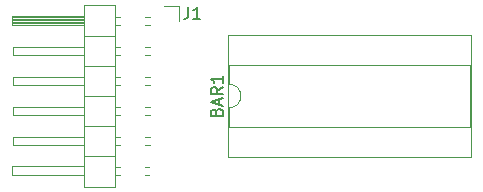
<source format=gbr>
G04 #@! TF.GenerationSoftware,KiCad,Pcbnew,5.99.0-unknown-r17121-d4cea0f2*
G04 #@! TF.CreationDate,2019-12-07T19:13:34-06:00*
G04 #@! TF.ProjectId,8_led_pmod,385f6c65-645f-4706-9d6f-642e6b696361,A*
G04 #@! TF.SameCoordinates,Original*
G04 #@! TF.FileFunction,Legend,Top*
G04 #@! TF.FilePolarity,Positive*
%FSLAX46Y46*%
G04 Gerber Fmt 4.6, Leading zero omitted, Abs format (unit mm)*
G04 Created by KiCad (PCBNEW 5.99.0-unknown-r17121-d4cea0f2) date 2019-12-07 19:13:34*
%MOMM*%
%LPD*%
G04 APERTURE LIST*
%ADD10C,0.120000*%
%ADD11C,0.150000*%
G04 APERTURE END LIST*
D10*
X112860000Y-99120000D02*
X112860000Y-83760000D01*
X112860000Y-83760000D02*
X110200000Y-83760000D01*
X110200000Y-83760000D02*
X110200000Y-99120000D01*
X110200000Y-99120000D02*
X112860000Y-99120000D01*
X110140000Y-85450000D02*
X104140000Y-85450000D01*
X104140000Y-85450000D02*
X104140000Y-84690000D01*
X104140000Y-84690000D02*
X110140000Y-84690000D01*
X110140000Y-85390000D02*
X104140000Y-85390000D01*
X110140000Y-85270000D02*
X104140000Y-85270000D01*
X110140000Y-85150000D02*
X104140000Y-85150000D01*
X110140000Y-85030000D02*
X104140000Y-85030000D01*
X110140000Y-84910000D02*
X104140000Y-84910000D01*
X110140000Y-84790000D02*
X104140000Y-84790000D01*
X113257071Y-98170000D02*
X112860000Y-98170000D01*
X113257071Y-97410000D02*
X112860000Y-97410000D01*
X115730000Y-98170000D02*
X115342929Y-98170000D01*
X115730000Y-97410000D02*
X115342929Y-97410000D01*
X112860000Y-96520000D02*
X110200000Y-96520000D01*
X110200000Y-95630000D02*
X104200000Y-95630000D01*
X104200000Y-95630000D02*
X104200000Y-94870000D01*
X104200000Y-94870000D02*
X110200000Y-94870000D01*
X113257071Y-95630000D02*
X112860000Y-95630000D01*
X113257071Y-94870000D02*
X112860000Y-94870000D01*
X115797071Y-95630000D02*
X115342929Y-95630000D01*
X115797071Y-94870000D02*
X115342929Y-94870000D01*
X112860000Y-93980000D02*
X110200000Y-93980000D01*
X110200000Y-93090000D02*
X104200000Y-93090000D01*
X104200000Y-93090000D02*
X104200000Y-92330000D01*
X104200000Y-92330000D02*
X110200000Y-92330000D01*
X113257071Y-93090000D02*
X112860000Y-93090000D01*
X113257071Y-92330000D02*
X112860000Y-92330000D01*
X115797071Y-93090000D02*
X115342929Y-93090000D01*
X115797071Y-92330000D02*
X115342929Y-92330000D01*
X112860000Y-91440000D02*
X110200000Y-91440000D01*
X110200000Y-90550000D02*
X104200000Y-90550000D01*
X104200000Y-90550000D02*
X104200000Y-89790000D01*
X104200000Y-89790000D02*
X110200000Y-89790000D01*
X113257071Y-90550000D02*
X112860000Y-90550000D01*
X113257071Y-89790000D02*
X112860000Y-89790000D01*
X115797071Y-90550000D02*
X115342929Y-90550000D01*
X115797071Y-89790000D02*
X115342929Y-89790000D01*
X112860000Y-88900000D02*
X110200000Y-88900000D01*
X110200000Y-88010000D02*
X104200000Y-88010000D01*
X104200000Y-88010000D02*
X104200000Y-87250000D01*
X104200000Y-87250000D02*
X110200000Y-87250000D01*
X113257071Y-88010000D02*
X112860000Y-88010000D01*
X113257071Y-87250000D02*
X112860000Y-87250000D01*
X115797071Y-88010000D02*
X115342929Y-88010000D01*
X115797071Y-87250000D02*
X115342929Y-87250000D01*
X112860000Y-86360000D02*
X110200000Y-86360000D01*
X110140000Y-98150000D02*
X104140000Y-98150000D01*
X104140000Y-98150000D02*
X104140000Y-97390000D01*
X104140000Y-97390000D02*
X110140000Y-97390000D01*
X113257071Y-85470000D02*
X112860000Y-85470000D01*
X113257071Y-84710000D02*
X112860000Y-84710000D01*
X115797071Y-85470000D02*
X115342929Y-85470000D01*
X115797071Y-84710000D02*
X115342929Y-84710000D01*
X116970000Y-83790000D02*
X118240000Y-83790000D01*
X118240000Y-83790000D02*
X118240000Y-85060000D01*
X122495000Y-90440000D02*
G75*
G02X122495000Y-92440000I0J-1000000D01*
G01*
X122495000Y-92440000D02*
X122495000Y-94090000D01*
X122495000Y-94090000D02*
X142935000Y-94090000D01*
X142935000Y-94090000D02*
X142935000Y-88790000D01*
X142935000Y-88790000D02*
X122495000Y-88790000D01*
X122495000Y-88790000D02*
X122495000Y-90440000D01*
X122435000Y-96580000D02*
X142995000Y-96580000D01*
X142995000Y-96580000D02*
X142995000Y-86300000D01*
X142995000Y-86300000D02*
X122435000Y-86300000D01*
X122435000Y-86300000D02*
X122435000Y-96580000D01*
D11*
X119046666Y-83907380D02*
X119046666Y-84621666D01*
X118999047Y-84764523D01*
X118903809Y-84859761D01*
X118760952Y-84907380D01*
X118665714Y-84907380D01*
X120046666Y-84907380D02*
X119475238Y-84907380D01*
X119760952Y-84907380D02*
X119760952Y-83907380D01*
X119665714Y-84050238D01*
X119570476Y-84145476D01*
X119475238Y-84193095D01*
X121423571Y-92773333D02*
X121471190Y-92630476D01*
X121518809Y-92582857D01*
X121614047Y-92535238D01*
X121756904Y-92535238D01*
X121852142Y-92582857D01*
X121899761Y-92630476D01*
X121947380Y-92725714D01*
X121947380Y-93106666D01*
X120947380Y-93106666D01*
X120947380Y-92773333D01*
X120995000Y-92678095D01*
X121042619Y-92630476D01*
X121137857Y-92582857D01*
X121233095Y-92582857D01*
X121328333Y-92630476D01*
X121375952Y-92678095D01*
X121423571Y-92773333D01*
X121423571Y-93106666D01*
X121661666Y-92154285D02*
X121661666Y-91678095D01*
X121947380Y-92249523D02*
X120947380Y-91916190D01*
X121947380Y-91582857D01*
X121947380Y-90678095D02*
X121471190Y-91011428D01*
X121947380Y-91249523D02*
X120947380Y-91249523D01*
X120947380Y-90868571D01*
X120995000Y-90773333D01*
X121042619Y-90725714D01*
X121137857Y-90678095D01*
X121280714Y-90678095D01*
X121375952Y-90725714D01*
X121423571Y-90773333D01*
X121471190Y-90868571D01*
X121471190Y-91249523D01*
X121947380Y-89725714D02*
X121947380Y-90297142D01*
X121947380Y-90011428D02*
X120947380Y-90011428D01*
X121090238Y-90106666D01*
X121185476Y-90201904D01*
X121233095Y-90297142D01*
M02*

</source>
